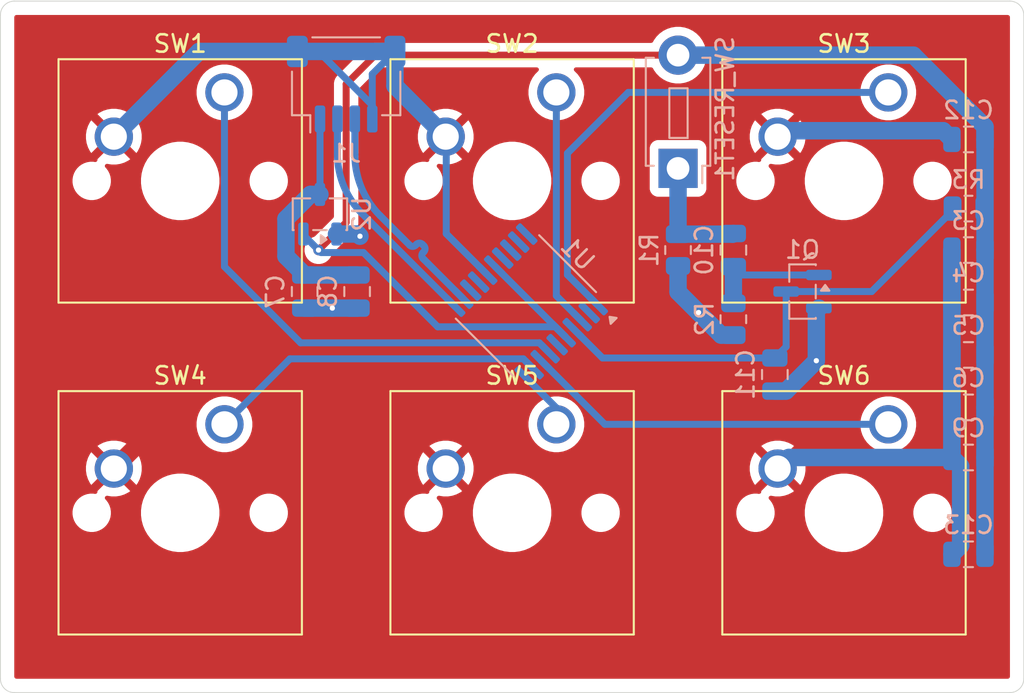
<source format=kicad_pcb>
(kicad_pcb (version 20241229) (generator "pcbnew") (generator_version "9.0")
  (layers (0 "F.Cu" signal) (2 "B.Cu" signal) (13 "F.Paste" user) (15 "B.Paste" user) (5 "F.SilkS" user "F.Silkscreen") (7 "B.SilkS" user "B.Silkscreen") (1 "F.Mask" user) (3 "B.Mask" user) (25 "Edge.Cuts" user))
  (net 0 "")
  (net 1 "+3.3V")
  (net 2 "GND")
  (net 3 "+5V")
  (net 4 "BOOT")
  (net 5 "Net-(Q1-G)")
  (net 6 "RESET")
  (net 7 "D-")
  (net 8 "D+")
  (net 9 "X1")
  (net 10 "X2")
  (net 11 "X3")
  (net 12 "Y1")
  (net 13 "Y2")
  (net 14 "Y3")
  (footprint "Button_Switch_Keyboard:SW_Cherry_MX_1.00u_PCB" (layer "F.Cu") (at 139.85875 35.40125)
    (property "Reference" "SW1" (at -2.54 -2.794 0) (layer "F.SilkS"))
    (property "Value" "SW_Push")
    (fp_line (start -9.525 -1.905) (end 4.445 -1.905) (stroke (width 0.12)) (layer "F.SilkS"))
    (fp_line (start -9.525 12.065) (end -9.525 -1.905) (stroke (width 0.12)) (layer "F.SilkS"))
    (fp_line (start 4.445 -1.905) (end 4.445 12.065) (stroke (width 0.12)) (layer "F.SilkS"))
    (fp_line (start 4.445 12.065) (end -9.525 12.065) (stroke (width 0.12)) (layer "F.SilkS"))
    (pad "" np_thru_hole circle (at -7.62 5.08) (size 1.7 1.7) (drill 1.7) (layers "*.Cu" "*.Mask"))
    (pad "" np_thru_hole circle (at -2.54 5.08) (size 4 4) (drill 4) (layers "*.Cu" "*.Mask"))
    (pad "" np_thru_hole circle (at 2.54 5.08) (size 1.7 1.7) (drill 1.7) (layers "*.Cu" "*.Mask"))
    (pad "1" thru_hole circle (at 0 0) (size 2.2 2.2) (drill 1.5) (layers "*.Cu" "*.Mask") (net 9 "X1"))
    (pad "2" thru_hole circle (at -6.35 2.54) (size 2.2 2.2) (drill 1.5) (layers "*.Cu" "*.Mask") (net 2 "GND"))
  )
  (footprint "Button_Switch_Keyboard:SW_Cherry_MX_1.00u_PCB" (layer "F.Cu") (at 177.95875 35.40125)
    (property "Reference" "SW3" (at -2.54 -2.794 0) (layer "F.SilkS"))
    (property "Value" "SW_Push")
    (fp_line (start -9.525 -1.905) (end 4.445 -1.905) (stroke (width 0.12)) (layer "F.SilkS"))
    (fp_line (start -9.525 12.065) (end -9.525 -1.905) (stroke (width 0.12)) (layer "F.SilkS"))
    (fp_line (start 4.445 -1.905) (end 4.445 12.065) (stroke (width 0.12)) (layer "F.SilkS"))
    (fp_line (start 4.445 12.065) (end -9.525 12.065) (stroke (width 0.12)) (layer "F.SilkS"))
    (pad "" np_thru_hole circle (at -7.62 5.08) (size 1.7 1.7) (drill 1.7) (layers "*.Cu" "*.Mask"))
    (pad "" np_thru_hole circle (at -2.54 5.08) (size 4 4) (drill 4) (layers "*.Cu" "*.Mask"))
    (pad "" np_thru_hole circle (at 2.54 5.08) (size 1.7 1.7) (drill 1.7) (layers "*.Cu" "*.Mask"))
    (pad "1" thru_hole circle (at 0 0) (size 2.2 2.2) (drill 1.5) (layers "*.Cu" "*.Mask") (net 11 "X3"))
    (pad "2" thru_hole circle (at -6.35 2.54) (size 2.2 2.2) (drill 1.5) (layers "*.Cu" "*.Mask") (net 2 "GND"))
  )
  (footprint "Button_Switch_Keyboard:SW_Cherry_MX_1.00u_PCB" (layer "F.Cu") (at 158.90875 35.40125)
    (property "Reference" "SW2" (at -2.54 -2.794 0) (layer "F.SilkS"))
    (property "Value" "SW_Push")
    (fp_line (start -9.525 -1.905) (end 4.445 -1.905) (stroke (width 0.12)) (layer "F.SilkS"))
    (fp_line (start -9.525 12.065) (end -9.525 -1.905) (stroke (width 0.12)) (layer "F.SilkS"))
    (fp_line (start 4.445 -1.905) (end 4.445 12.065) (stroke (width 0.12)) (layer "F.SilkS"))
    (fp_line (start 4.445 12.065) (end -9.525 12.065) (stroke (width 0.12)) (layer "F.SilkS"))
    (pad "" np_thru_hole circle (at -7.62 5.08) (size 1.7 1.7) (drill 1.7) (layers "*.Cu" "*.Mask"))
    (pad "" np_thru_hole circle (at -2.54 5.08) (size 4 4) (drill 4) (layers "*.Cu" "*.Mask"))
    (pad "" np_thru_hole circle (at 2.54 5.08) (size 1.7 1.7) (drill 1.7) (layers "*.Cu" "*.Mask"))
    (pad "1" thru_hole circle (at 0 0) (size 2.2 2.2) (drill 1.5) (layers "*.Cu" "*.Mask") (net 10 "X2"))
    (pad "2" thru_hole circle (at -6.35 2.54) (size 2.2 2.2) (drill 1.5) (layers "*.Cu" "*.Mask") (net 2 "GND"))
  )
  (footprint "Button_Switch_Keyboard:SW_Cherry_MX_1.00u_PCB" (layer "F.Cu") (at 158.90875 54.45125)
    (property "Reference" "SW5" (at -2.54 -2.794 0) (layer "F.SilkS"))
    (property "Value" "SW_Push")
    (fp_line (start -9.525 -1.905) (end 4.445 -1.905) (stroke (width 0.12)) (layer "F.SilkS"))
    (fp_line (start -9.525 12.065) (end -9.525 -1.905) (stroke (width 0.12)) (layer "F.SilkS"))
    (fp_line (start 4.445 -1.905) (end 4.445 12.065) (stroke (width 0.12)) (layer "F.SilkS"))
    (fp_line (start 4.445 12.065) (end -9.525 12.065) (stroke (width 0.12)) (layer "F.SilkS"))
    (pad "" np_thru_hole circle (at -7.62 5.08) (size 1.7 1.7) (drill 1.7) (layers "*.Cu" "*.Mask"))
    (pad "" np_thru_hole circle (at -2.54 5.08) (size 4 4) (drill 4) (layers "*.Cu" "*.Mask"))
    (pad "" np_thru_hole circle (at 2.54 5.08) (size 1.7 1.7) (drill 1.7) (layers "*.Cu" "*.Mask"))
    (pad "1" thru_hole circle (at 0 0) (size 2.2 2.2) (drill 1.5) (layers "*.Cu" "*.Mask") (net 13 "Y2"))
    (pad "2" thru_hole circle (at -6.35 2.54) (size 2.2 2.2) (drill 1.5) (layers "*.Cu" "*.Mask") (net 2 "GND"))
  )
  (footprint "Button_Switch_Keyboard:SW_Cherry_MX_1.00u_PCB" (layer "F.Cu") (at 177.95875 54.45125)
    (property "Reference" "SW6" (at -2.54 -2.794 0) (layer "F.SilkS"))
    (property "Value" "SW_Push")
    (fp_line (start -9.525 -1.905) (end 4.445 -1.905) (stroke (width 0.12)) (layer "F.SilkS"))
    (fp_line (start -9.525 12.065) (end -9.525 -1.905) (stroke (width 0.12)) (layer "F.SilkS"))
    (fp_line (start 4.445 -1.905) (end 4.445 12.065) (stroke (width 0.12)) (layer "F.SilkS"))
    (fp_line (start 4.445 12.065) (end -9.525 12.065) (stroke (width 0.12)) (layer "F.SilkS"))
    (pad "" np_thru_hole circle (at -7.62 5.08) (size 1.7 1.7) (drill 1.7) (layers "*.Cu" "*.Mask"))
    (pad "" np_thru_hole circle (at -2.54 5.08) (size 4 4) (drill 4) (layers "*.Cu" "*.Mask"))
    (pad "" np_thru_hole circle (at 2.54 5.08) (size 1.7 1.7) (drill 1.7) (layers "*.Cu" "*.Mask"))
    (pad "1" thru_hole circle (at 0 0) (size 2.2 2.2) (drill 1.5) (layers "*.Cu" "*.Mask") (net 14 "Y3"))
    (pad "2" thru_hole circle (at -6.35 2.54) (size 2.2 2.2) (drill 1.5) (layers "*.Cu" "*.Mask") (net 2 "GND"))
  )
  (footprint "Button_Switch_Keyboard:SW_Cherry_MX_1.00u_PCB" (layer "F.Cu") (at 139.85875 54.45125)
    (property "Reference" "SW4" (at -2.54 -2.794 0) (layer "F.SilkS"))
    (property "Value" "SW_Push")
    (fp_line (start -9.525 -1.905) (end 4.445 -1.905) (stroke (width 0.12)) (layer "F.SilkS"))
    (fp_line (start -9.525 12.065) (end -9.525 -1.905) (stroke (width 0.12)) (layer "F.SilkS"))
    (fp_line (start 4.445 -1.905) (end 4.445 12.065) (stroke (width 0.12)) (layer "F.SilkS"))
    (fp_line (start 4.445 12.065) (end -9.525 12.065) (stroke (width 0.12)) (layer "F.SilkS"))
    (pad "" np_thru_hole circle (at -7.62 5.08) (size 1.7 1.7) (drill 1.7) (layers "*.Cu" "*.Mask"))
    (pad "" np_thru_hole circle (at -2.54 5.08) (size 4 4) (drill 4) (layers "*.Cu" "*.Mask"))
    (pad "" np_thru_hole circle (at 2.54 5.08) (size 1.7 1.7) (drill 1.7) (layers "*.Cu" "*.Mask"))
    (pad "1" thru_hole circle (at 0 0) (size 2.2 2.2) (drill 1.5) (layers "*.Cu" "*.Mask") (net 12 "Y1"))
    (pad "2" thru_hole circle (at -6.35 2.54) (size 2.2 2.2) (drill 1.5) (layers "*.Cu" "*.Mask") (net 2 "GND"))
  )
  (footprint "Package_TO_SOT_SMD:SOT-23" (layer "B.Cu") (at 173.0375 46.83125 180)
    (property "Reference" "Q1" (at 0 2.4 0) (layer "B.SilkS") (effects (justify mirror)))
    (property "Value" "AO3400A")
    (fp_line (start 0.76 1.56) (end 0.76 0.56) (stroke (width 0.12)) (layer "B.SilkS"))
    (fp_line (start 0.76 -0.56) (end 0.76 -1.56) (stroke (width 0.12)) (layer "B.SilkS"))
    (fp_line (start 0.76 -1.56) (end -0.76 -1.56) (stroke (width 0.12)) (layer "B.SilkS"))
    (fp_line (start -0.76 1.56) (end 0.76 1.56) (stroke (width 0.12)) (layer "B.SilkS"))
    (fp_line (start -0.76 1.51) (end -0.76 1.56) (stroke (width 0.12)) (layer "B.SilkS"))
    (fp_line (start -0.76 -0.39) (end -0.76 0.39) (stroke (width 0.12)) (layer "B.SilkS"))
    (fp_line (start -0.76 -1.56) (end -0.76 -1.51) (stroke (width 0.12)) (layer "B.SilkS"))
    (fp_poly (pts (xy -1.3 0.38) (xy -1.06 0.05) (xy -1.54 0.05)) (stroke (width 0.12)) (fill yes) (layer "B.SilkS"))
    (pad "1" smd roundrect (at -0.9375 0.95 180) (size 1.475 0.6) (layers "B.Cu" "B.Mask" "B.Paste") (net 5 "Net-(Q1-G)"))
    (pad "2" smd roundrect (at -0.9375 -0.95 180) (size 1.475 0.6) (layers "B.Cu" "B.Mask" "B.Paste") (net 2 "GND"))
    (pad "3" smd roundrect (at 0.9375 0 180) (size 1.475 0.6) (layers "B.Cu" "B.Mask" "B.Paste") (net 6 "RESET"))
  )
  (footprint "Capacitor_SMD:C_0805_2012Metric" (layer "B.Cu") (at 182.5625 47.46 180)
    (property "Reference" "C4" (at 0 1.68 0) (layer "B.SilkS") (effects (justify mirror)))
    (property "Value" "100nF")
    (fp_line (start -0.261252 0.735) (end 0.261252 0.735) (stroke (width 0.12)) (layer "B.SilkS"))
    (fp_line (start -0.261252 -0.735) (end 0.261252 -0.735) (stroke (width 0.12)) (layer "B.SilkS"))
    (pad "1" smd roundrect (at -0.95 0 180) (size 1 1.45) (layers "B.Cu" "B.Mask" "B.Paste") (net 1 "+3.3V"))
    (pad "2" smd roundrect (at 0.95 0 180) (size 1 1.45) (layers "B.Cu" "B.Mask" "B.Paste") (net 2 "GND"))
  )
  (footprint "Connector_JST:JST_SH_SM04B-SRSS-TB_1x04-1MP_P1.00mm_Horizontal" (layer "B.Cu") (at 146.84375 34.925)
    (property "Reference" "J1" (at 0 3.98 0) (layer "B.SilkS") (effects (justify mirror)))
    (property "Value" "Conn_01x04_MountingPin")
    (fp_line (start -3.11 -0.715) (end -3.11 1.785) (stroke (width 0.12)) (layer "B.SilkS"))
    (fp_line (start -3.11 1.785) (end -2.06 1.785) (stroke (width 0.12)) (layer "B.SilkS"))
    (fp_line (start -2.06 1.785) (end -2.06 2.775) (stroke (width 0.12)) (layer "B.SilkS"))
    (fp_line (start -1.94 -2.685) (end 1.94 -2.685) (stroke (width 0.12)) (layer "B.SilkS"))
    (fp_line (start 3.11 -0.715) (end 3.11 1.785) (stroke (width 0.12)) (layer "B.SilkS"))
    (fp_line (start 3.11 1.785) (end 2.06 1.785) (stroke (width 0.12)) (layer "B.SilkS"))
    (pad "1" smd roundrect (at -1.5 2) (size 0.6 1.55) (layers "B.Cu" "B.Mask" "B.Paste") (net 3 "+5V"))
    (pad "2" smd roundrect (at -0.5 2) (size 0.6 1.55) (layers "B.Cu" "B.Mask" "B.Paste") (net 7 "D-"))
    (pad "3" smd roundrect (at 0.5 2) (size 0.6 1.55) (layers "B.Cu" "B.Mask" "B.Paste") (net 8 "D+"))
    (pad "4" smd roundrect (at 1.5 2) (size 0.6 1.55) (layers "B.Cu" "B.Mask" "B.Paste") (net 2 "GND"))
    (pad "MP" smd roundrect (at -2.8 -1.875) (size 1.2 1.8) (layers "B.Cu" "B.Mask" "B.Paste") (roundrect_rratio 0.208333) (net 2 "GND"))
    (pad "MP" smd roundrect (at 2.8 -1.875) (size 1.2 1.8) (layers "B.Cu" "B.Mask" "B.Paste") (roundrect_rratio 0.208333) (net 2 "GND"))
  )
  (footprint "Capacitor_SMD:C_0805_2012Metric" (layer "B.Cu") (at 182.5625 50.47 180)
    (property "Reference" "C5" (at 0 1.68 0) (layer "B.SilkS") (effects (justify mirror)))
    (property "Value" "100nF")
    (fp_line (start -0.261252 0.735) (end 0.261252 0.735) (stroke (width 0.12)) (layer "B.SilkS"))
    (fp_line (start -0.261252 -0.735) (end 0.261252 -0.735) (stroke (width 0.12)) (layer "B.SilkS"))
    (pad "1" smd roundrect (at -0.95 0 180) (size 1 1.45) (layers "B.Cu" "B.Mask" "B.Paste") (net 1 "+3.3V"))
    (pad "2" smd roundrect (at 0.95 0 180) (size 1 1.45) (layers "B.Cu" "B.Mask" "B.Paste") (net 2 "GND"))
  )
  (footprint "Resistor_SMD:R_0805_2012Metric" (layer "B.Cu") (at 169.06875 48.41875 -90)
    (property "Reference" "R2" (at 0 1.65 90) (layer "B.SilkS") (effects (justify mirror)))
    (property "Value" "100k")
    (fp_line (start -0.227064 0.735) (end 0.227064 0.735) (stroke (width 0.12)) (layer "B.SilkS"))
    (fp_line (start -0.227064 -0.735) (end 0.227064 -0.735) (stroke (width 0.12)) (layer "B.SilkS"))
    (pad "1" smd roundrect (at -0.9125 0 270) (size 1.025 1.4) (layers "B.Cu" "B.Mask" "B.Paste") (roundrect_rratio 0.243902) (net 5 "Net-(Q1-G)"))
    (pad "2" smd roundrect (at 0.9125 0 270) (size 1.025 1.4) (layers "B.Cu" "B.Mask" "B.Paste") (roundrect_rratio 0.243902) (net 2 "GND"))
  )
  (footprint "Package_TO_SOT_SMD:SOT-23-3" (layer "B.Cu") (at 145.3388 42.3926 90)
    (property "Reference" "U2" (at 0 2.4 90) (layer "B.SilkS") (effects (justify mirror)))
    (property "Value" "XC6206P332MR")
    (fp_line (start 0.91 -1.56) (end -0.91 -1.56) (stroke (width 0.12)) (layer "B.SilkS"))
    (fp_line (start -0.91 -1.56) (end -0.91 -1.51) (stroke (width 0.12)) (layer "B.SilkS"))
    (fp_line (start 0.91 -0.56) (end 0.91 -1.56) (stroke (width 0.12)) (layer "B.SilkS"))
    (fp_line (start -0.91 -0.39) (end -0.91 0.39) (stroke (width 0.12)) (layer "B.SilkS"))
    (fp_line (start -0.91 1.51) (end -0.91 1.56) (stroke (width 0.12)) (layer "B.SilkS"))
    (fp_line (start 0.91 1.56) (end 0.91 0.56) (stroke (width 0.12)) (layer "B.SilkS"))
    (fp_line (start -0.91 1.56) (end 0.91 1.56) (stroke (width 0.12)) (layer "B.SilkS"))
    (fp_poly (pts (xy -1.45 0.38) (xy -1.21 0.05) (xy -1.69 0.05)) (stroke (width 0.12)) (fill yes) (layer "B.SilkS"))
    (pad "1" smd roundrect (at -1.1375 0.95 90) (size 1.325 0.6) (layers "B.Cu" "B.Mask" "B.Paste") (net 2 "GND"))
    (pad "2" smd roundrect (at -1.1375 -0.95 90) (size 1.325 0.6) (layers "B.Cu" "B.Mask" "B.Paste") (net 1 "+3.3V"))
    (pad "3" smd roundrect (at 1.1375 0 90) (size 1.325 0.6) (layers "B.Cu" "B.Mask" "B.Paste") (net 3 "+5V"))
  )
  (footprint "Capacitor_SMD:C_0805_2012Metric" (layer "B.Cu") (at 171.45 51.59375 -90)
    (property "Reference" "C11" (at 0 1.68 90) (layer "B.SilkS") (effects (justify mirror)))
    (property "Value" "470nF")
    (fp_line (start -0.261252 0.735) (end 0.261252 0.735) (stroke (width 0.12)) (layer "B.SilkS"))
    (fp_line (start -0.261252 -0.735) (end 0.261252 -0.735) (stroke (width 0.12)) (layer "B.SilkS"))
    (pad "1" smd roundrect (at -0.95 0 270) (size 1 1.45) (layers "B.Cu" "B.Mask" "B.Paste") (net 6 "RESET"))
    (pad "2" smd roundrect (at 0.95 0 270) (size 1 1.45) (layers "B.Cu" "B.Mask" "B.Paste") (net 2 "GND"))
  )
  (footprint "Capacitor_SMD:C_0805_2012Metric" (layer "B.Cu") (at 182.5625 56.35625 180)
    (property "Reference" "C9" (at 0 1.68 0) (layer "B.SilkS") (effects (justify mirror)))
    (property "Value" "1uF")
    (fp_line (start -0.261252 0.735) (end 0.261252 0.735) (stroke (width 0.12)) (layer "B.SilkS"))
    (fp_line (start -0.261252 -0.735) (end 0.261252 -0.735) (stroke (width 0.12)) (layer "B.SilkS"))
    (pad "1" smd roundrect (at -0.95 0 180) (size 1 1.45) (layers "B.Cu" "B.Mask" "B.Paste") (net 1 "+3.3V"))
    (pad "2" smd roundrect (at 0.95 0 180) (size 1 1.45) (layers "B.Cu" "B.Mask" "B.Paste") (net 2 "GND"))
  )
  (footprint "Resistor_SMD:R_0805_2012Metric" (layer "B.Cu") (at 182.5625 42.06875 180)
    (property "Reference" "R3" (at 0 1.65 0) (layer "B.SilkS") (effects (justify mirror)))
    (property "Value" "10k")
    (fp_line (start -0.227064 0.735) (end 0.227064 0.735) (stroke (width 0.12)) (layer "B.SilkS"))
    (fp_line (start -0.227064 -0.735) (end 0.227064 -0.735) (stroke (width 0.12)) (layer "B.SilkS"))
    (pad "1" smd roundrect (at -0.9125 0 180) (size 1.025 1.4) (layers "B.Cu" "B.Mask" "B.Paste") (roundrect_rratio 0.243902) (net 1 "+3.3V"))
    (pad "2" smd roundrect (at 0.9125 0 180) (size 1.025 1.4) (layers "B.Cu" "B.Mask" "B.Paste") (roundrect_rratio 0.243902) (net 6 "RESET"))
  )
  (footprint "Capacitor_SMD:C_0805_2012Metric" (layer "B.Cu") (at 144.4625 46.83125 -90)
    (property "Reference" "C7" (at 0 1.68 90) (layer "B.SilkS") (effects (justify mirror)))
    (property "Value" "4.7uF")
    (fp_line (start -0.261252 0.735) (end 0.261252 0.735) (stroke (width 0.12)) (layer "B.SilkS"))
    (fp_line (start -0.261252 -0.735) (end 0.261252 -0.735) (stroke (width 0.12)) (layer "B.SilkS"))
    (pad "1" smd roundrect (at -0.95 0 270) (size 1 1.45) (layers "B.Cu" "B.Mask" "B.Paste") (net 3 "+5V"))
    (pad "2" smd roundrect (at 0.95 0 270) (size 1 1.45) (layers "B.Cu" "B.Mask" "B.Paste") (net 2 "GND"))
  )
  (footprint "Resistor_SMD:R_0805_2012Metric" (layer "B.Cu") (at 165.89375 44.45 -90)
    (property "Reference" "R1" (at 0 1.65 90) (layer "B.SilkS") (effects (justify mirror)))
    (property "Value" "10k")
    (fp_line (start -0.227064 0.735) (end 0.227064 0.735) (stroke (width 0.12)) (layer "B.SilkS"))
    (fp_line (start -0.227064 -0.735) (end 0.227064 -0.735) (stroke (width 0.12)) (layer "B.SilkS"))
    (pad "1" smd roundrect (at -0.9125 0 270) (size 1.025 1.4) (layers "B.Cu" "B.Mask" "B.Paste") (roundrect_rratio 0.243902) (net 4 "BOOT"))
    (pad "2" smd roundrect (at 0.9125 0 270) (size 1.025 1.4) (layers "B.Cu" "B.Mask" "B.Paste") (roundrect_rratio 0.243902) (net 2 "GND"))
  )
  (footprint "Capacitor_SMD:C_0805_2012Metric" (layer "B.Cu") (at 182.5625 53.48 180)
    (property "Reference" "C6" (at 0 1.68 0) (layer "B.SilkS") (effects (justify mirror)))
    (property "Value" "100nF")
    (fp_line (start -0.261252 0.735) (end 0.261252 0.735) (stroke (width 0.12)) (layer "B.SilkS"))
    (fp_line (start -0.261252 -0.735) (end 0.261252 -0.735) (stroke (width 0.12)) (layer "B.SilkS"))
    (pad "1" smd roundrect (at -0.95 0 180) (size 1 1.45) (layers "B.Cu" "B.Mask" "B.Paste") (net 1 "+3.3V"))
    (pad "2" smd roundrect (at 0.95 0 180) (size 1 1.45) (layers "B.Cu" "B.Mask" "B.Paste") (net 2 "GND"))
  )
  (footprint "Package_SO:TSSOP-20_4.4x6.5mm_P0.65mm" (layer "B.Cu") (at 157.1625 47.625 135)
    (property "Reference" "U1" (at 0 4.199999 135) (layer "B.SilkS") (effects (justify mirror)))
    (property "Value" "STM32F042F6Px")
    (fp_line (start 2.31 -3.385) (end -2.31 -3.385) (stroke (width 0.12)) (layer "B.SilkS"))
    (fp_line (start -2.31 3.385) (end 2.31 3.385) (stroke (width 0.12)) (layer "B.SilkS"))
    (fp_poly (pts (xy -3.86 2.93) (xy -4.19 2.69) (xy -4.19 3.17)) (stroke (width 0.12)) (fill yes) (layer "B.SilkS"))
    (pad "1" smd roundrect (at -2.8625 2.925 135) (size 1.475 0.4) (layers "B.Cu" "B.Mask" "B.Paste") (net 11 "X3"))
    (pad "2" smd roundrect (at -2.8625 2.275 135) (size 1.475 0.4) (layers "B.Cu" "B.Mask" "B.Paste"))
    (pad "3" smd roundrect (at -2.8625 1.625 135) (size 1.475 0.4) (layers "B.Cu" "B.Mask" "B.Paste") (net 10 "X2"))
    (pad "4" smd roundrect (at -2.8625 0.975 135) (size 1.475 0.4) (layers "B.Cu" "B.Mask" "B.Paste") (net 6 "RESET"))
    (pad "5" smd roundrect (at -2.8625 0.325 135) (size 1.475 0.4) (layers "B.Cu" "B.Mask" "B.Paste") (net 1 "+3.3V"))
    (pad "6" smd roundrect (at -2.8625 -0.325 135) (size 1.475 0.4) (layers "B.Cu" "B.Mask" "B.Paste"))
    (pad "7" smd roundrect (at -2.8625 -0.975 135) (size 1.475 0.4) (layers "B.Cu" "B.Mask" "B.Paste") (net 9 "X1"))
    (pad "8" smd roundrect (at -2.8625 -1.625 135) (size 1.475 0.4) (layers "B.Cu" "B.Mask" "B.Paste") (net 14 "Y3"))
    (pad "9" smd roundrect (at -2.8625 -2.275 135) (size 1.475 0.4) (layers "B.Cu" "B.Mask" "B.Paste") (net 12 "Y1"))
    (pad "10" smd roundrect (at -2.8625 -2.925 135) (size 1.475 0.4) (layers "B.Cu" "B.Mask" "B.Paste") (net 13 "Y2"))
    (pad "11" smd roundrect (at 2.8625 -2.925 135) (size 1.475 0.4) (layers "B.Cu" "B.Mask" "B.Paste") (net 7 "D-"))
    (pad "12" smd roundrect (at 2.8625 -2.275 135) (size 1.475 0.4) (layers "B.Cu" "B.Mask" "B.Paste") (net 8 "D+"))
    (pad "13" smd roundrect (at 2.8625 -1.625 135) (size 1.475 0.4) (layers "B.Cu" "B.Mask" "B.Paste"))
    (pad "14" smd roundrect (at 2.8625 -0.975 135) (size 1.475 0.4) (layers "B.Cu" "B.Mask" "B.Paste"))
    (pad "15" smd roundrect (at 2.8625 -0.325 135) (size 1.475 0.4) (layers "B.Cu" "B.Mask" "B.Paste") (net 2 "GND"))
    (pad "16" smd roundrect (at 2.8625 0.325 135) (size 1.475 0.4) (layers "B.Cu" "B.Mask" "B.Paste") (net 1 "+3.3V"))
    (pad "17" smd roundrect (at 2.8625 0.975 135) (size 1.475 0.4) (layers "B.Cu" "B.Mask" "B.Paste"))
    (pad "18" smd roundrect (at 2.8625 1.625 135) (size 1.475 0.4) (layers "B.Cu" "B.Mask" "B.Paste"))
    (pad "19" smd roundrect (at 2.8625 2.275 135) (size 1.475 0.4) (layers "B.Cu" "B.Mask" "B.Paste"))
    (pad "20" smd roundrect (at 2.8625 2.925 135) (size 1.475 0.4) (layers "B.Cu" "B.Mask" "B.Paste"))
  )
  (footprint "Capacitor_SMD:C_0805_2012Metric" (layer "B.Cu") (at 147.4725 46.83125 -90)
    (property "Reference" "C8" (at 0 1.68 90) (layer "B.SilkS") (effects (justify mirror)))
    (property "Value" "1uF")
    (fp_line (start -0.261252 0.735) (end 0.261252 0.735) (stroke (width 0.12)) (layer "B.SilkS"))
    (fp_line (start -0.261252 -0.735) (end 0.261252 -0.735) (stroke (width 0.12)) (layer "B.SilkS"))
    (pad "1" smd roundrect (at -0.95 0 270) (size 1 1.45) (layers "B.Cu" "B.Mask" "B.Paste") (net 3 "+5V"))
    (pad "2" smd roundrect (at 0.95 0 270) (size 1 1.45) (layers "B.Cu" "B.Mask" "B.Paste") (net 2 "GND"))
  )
  (footprint "Capacitor_SMD:C_0805_2012Metric" (layer "B.Cu") (at 182.5625 44.45 180)
    (property "Reference" "C3" (at 0 1.68 0) (layer "B.SilkS") (effects (justify mirror)))
    (property "Value" "100nF")
    (fp_line (start -0.261252 0.735) (end 0.261252 0.735) (stroke (width 0.12)) (layer "B.SilkS"))
    (fp_line (start -0.261252 -0.735) (end 0.261252 -0.735) (stroke (width 0.12)) (layer "B.SilkS"))
    (pad "1" smd roundrect (at -0.95 0 180) (size 1 1.45) (layers "B.Cu" "B.Mask" "B.Paste") (net 1 "+3.3V"))
    (pad "2" smd roundrect (at 0.95 0 180) (size 1 1.45) (layers "B.Cu" "B.Mask" "B.Paste") (net 2 "GND"))
  )
  (footprint "Capacitor_SMD:C_0805_2012Metric" (layer "B.Cu") (at 182.5625 61.9125 180)
    (property "Reference" "C13" (at 0 1.68 0) (layer "B.SilkS") (effects (justify mirror)))
    (property "Value" "100nF")
    (fp_line (start -0.261252 0.735) (end 0.261252 0.735) (stroke (width 0.12)) (layer "B.SilkS"))
    (fp_line (start -0.261252 -0.735) (end 0.261252 -0.735) (stroke (width 0.12)) (layer "B.SilkS"))
    (pad "1" smd roundrect (at -0.95 0 180) (size 1 1.45) (layers "B.Cu" "B.Mask" "B.Paste") (net 1 "+3.3V"))
    (pad "2" smd roundrect (at 0.95 0 180) (size 1 1.45) (layers "B.Cu" "B.Mask" "B.Paste") (net 2 "GND"))
  )
  (footprint "Button_Switch_THT:SW_PUSH_1P1T_6x3.5mm_H4.3_APEM_MJTP1243" (layer "B.Cu") (at 165.89375 39.7625 90)
    (property "Reference" "SW_RESET1" (at 3.42 2.7 90) (layer "B.SilkS") (effects (justify mirror)))
    (property "Value" "SW_Push")
    (fp_line (start 0.15 -1.85) (end 6.35 -1.85) (stroke (width 0.12)) (layer "B.SilkS"))
    (fp_line (start 6.35 -1.39) (end 6.35 -1.85) (stroke (width 0.12)) (layer "B.SilkS"))
    (fp_line (start 0.15 -1.39) (end 0.15 -1.85) (stroke (width 0.12)) (layer "B.SilkS"))
    (fp_line (start 0.15 1.39) (end -0.85 1.39) (stroke (width 0.12)) (layer "B.SilkS"))
    (fp_line (start 6.35 1.85) (end 6.35 1.39) (stroke (width 0.12)) (layer "B.SilkS"))
    (fp_line (start 6.35 1.85) (end 0.15 1.85) (stroke (width 0.12)) (layer "B.SilkS"))
    (fp_line (start 0.15 1.85) (end 0.15 1.39) (stroke (width 0.12)) (layer "B.SilkS"))
    (fp_rect (start 1.75 0.55) (end 4.6 -0.5) (stroke (width 0.12)) (fill no) (layer "B.SilkS"))
    (pad "1" thru_hole rect (at 0 0) (size 2.25 2.25) (drill 1.3) (layers "*.Cu" "*.Mask") (net 4 "BOOT"))
    (pad "2" thru_hole circle (at 6.5 0) (size 2.25 2.25) (drill 1.3) (layers "*.Cu" "*.Mask") (net 1 "+3.3V"))
  )
  (footprint "Capacitor_SMD:C_0805_2012Metric" (layer "B.Cu") (at 182.5625 38.1 180)
    (property "Reference" "C12" (at 0 1.68 0) (layer "B.SilkS") (effects (justify mirror)))
    (property "Value" "4.7uF")
    (fp_line (start -0.261252 0.735) (end 0.261252 0.735) (stroke (width 0.12)) (layer "B.SilkS"))
    (fp_line (start -0.261252 -0.735) (end 0.261252 -0.735) (stroke (width 0.12)) (layer "B.SilkS"))
    (pad "1" smd roundrect (at -0.95 0 180) (size 1 1.45) (layers "B.Cu" "B.Mask" "B.Paste") (net 1 "+3.3V"))
    (pad "2" smd roundrect (at 0.95 0 180) (size 1 1.45) (layers "B.Cu" "B.Mask" "B.Paste") (net 2 "GND"))
  )
  (footprint "Capacitor_SMD:C_0805_2012Metric" (layer "B.Cu") (at 169.06875 44.45 -90)
    (property "Reference" "C10" (at 0 1.68 90) (layer "B.SilkS") (effects (justify mirror)))
    (property "Value" "4.7uF")
    (fp_line (start -0.261252 0.735) (end 0.261252 0.735) (stroke (width 0.12)) (layer "B.SilkS"))
    (fp_line (start -0.261252 -0.735) (end 0.261252 -0.735) (stroke (width 0.12)) (layer "B.SilkS"))
    (pad "1" smd roundrect (at -0.95 0 270) (size 1 1.45) (layers "B.Cu" "B.Mask" "B.Paste") (net 4 "BOOT"))
    (pad "2" smd roundrect (at 0.95 0 270) (size 1 1.45) (layers "B.Cu" "B.Mask" "B.Paste") (net 5 "Net-(Q1-G)"))
  )
  (gr_line (start 185.7375 69.05625) (end 185.7375 30.95625) (stroke (width 0.05)) (layer "Edge.Cuts"))
  (gr_line (start 127.79375 69.85) (end 184.94375 69.85) (stroke (width 0.05)) (layer "Edge.Cuts"))
  (gr_arc (start 184.94375 30.1625) (mid 185.505016 30.394984) (end 185.7375 30.95625) (stroke (width 0.05)) (layer "Edge.Cuts"))
  (gr_arc (start 127.79375 69.85) (mid 127.232484 69.617516) (end 127 69.05625) (stroke (width 0.05)) (layer "Edge.Cuts"))
  (gr_line (start 127 30.95625) (end 127 69.05625) (stroke (width 0.05)) (layer "Edge.Cuts"))
  (gr_arc (start 127 30.95625) (mid 127.232484 30.394984) (end 127.79375 30.1625) (stroke (width 0.05)) (layer "Edge.Cuts"))
  (gr_line (start 184.94375 30.1625) (end 127.79375 30.1625) (stroke (width 0.05)) (layer "Edge.Cuts"))
  (gr_arc (start 185.7375 69.05625) (mid 185.505016 69.617516) (end 184.94375 69.85) (stroke (width 0.05)) (layer "Edge.Cuts"))
  (segment (start 145.25625 44.45) (end 146.84375 42.8625) (width 0.4) (layer "F.Cu") (net 1))
  (segment (start 146.84375 42.8625) (end 146.84375 34.925) (width 0.4) (layer "F.Cu") (net 1))
  (segment (start 148.50625 33.2625) (end 165.89375 33.2625) (width 0.4) (layer "F.Cu") (net 1))
  (segment (start 146.84375 34.925) (end 148.50625 33.2625) (width 0.4) (layer "F.Cu") (net 1))
  (via (at 145.25625 44.45) (size 0.6) (drill 0.3) (layers "F.Cu" "B.Cu") (net 1))
  (segment (start 145.39985 44.5936) (end 147.83743 44.5936) (width 0.4) (layer "B.Cu") (net 1))
  (segment (start 183.5125 53.48) (end 183.5125 56.35625) (width 1) (layer "B.Cu") (net 1))
  (segment (start 183.5125 38.1) (end 183.5125 37.375) (width 1) (layer "B.Cu") (net 1))
  (segment (start 183.5125 44.45) (end 183.5125 53.48) (width 1) (layer "B.Cu") (net 1))
  (segment (start 158.851573 48.854453) (end 152.098283 48.854453) (width 0.4) (layer "B.Cu") (net 1))
  (segment (start 183.5125 56.35625) (end 183.5125 61.9125) (width 1) (layer "B.Cu") (net 1))
  (segment (start 144.3888 43.58255) (end 145.25625 44.45) (width 0.4) (layer "B.Cu") (net 1))
  (segment (start 183.5125 37.375) (end 179.4 33.2625) (width 1) (layer "B.Cu") (net 1))
  (segment (start 159.416403 49.419283) (end 158.851573 48.854453) (width 0.4) (layer "B.Cu") (net 1))
  (segment (start 179.4 33.2625) (end 165.89375 33.2625) (width 1) (layer "B.Cu") (net 1))
  (segment (start 158.690764 48.693644) (end 159.416403 49.419283) (width 0.4) (layer "B.Cu") (net 1))
  (segment (start 183.5125 38.1) (end 183.5125 44.45) (width 1) (layer "B.Cu") (net 1))
  (segment (start 152.098283 48.854453) (end 147.83743 44.5936) (width 0.4) (layer "B.Cu") (net 1))
  (segment (start 145.25625 44.45) (end 145.39985 44.5936) (width 0.4) (layer "B.Cu") (net 1))
  (segment (start 144.3888 43.5301) (end 144.3888 43.58255) (width 0.4) (layer "B.Cu") (net 1))
  (segment (start 159.416403 49.419283) (end 155.368217 45.371097) (width 0.4) (layer "B.Cu") (net 1))
  (segment (start 167.071875 48.034375) (end 171.065625 48.034375) (width 1) (layer "F.Cu") (net 2))
  (segment (start 146.05 47.78125) (end 142.71875 47.78125) (width 1) (layer "F.Cu") (net 2))
  (segment (start 142.71875 47.78125) (end 133.50875 56.99125) (width 1) (layer "F.Cu") (net 2))
  (segment (start 171.065625 48.034375) (end 173.83125 50.8) (width 1) (layer "F.Cu") (net 2))
  (via (at 147.6375 43.65625) (size 0.6) (drill 0.3) (layers "F.Cu" "B.Cu") (net 2))
  (via (at 173.83125 50.8) (size 0.6) (drill 0.3) (layers "F.Cu" "B.Cu") (net 2))
  (via (at 146.05 47.78125) (size 0.6) (drill 0.3) (layers "F.Cu" "B.Cu") (net 2))
  (via (at 167.071875 48.034375) (size 0.6) (drill 0.3) (layers "F.Cu" "B.Cu") (net 2))
  (segment (start 181.6125 56.35625) (end 172.24375 56.35625) (width 1) (layer "B.Cu") (net 2))
  (segment (start 169.06875 49.33125) (end 168.36875 49.33125) (width 1) (layer "B.Cu") (net 2))
  (segment (start 148.34375 36.925) (end 148.34375 36.1375) (width 0.4) (layer "B.Cu") (net 2))
  (segment (start 181.112562 37.600062) (end 171.949938 37.600062) (width 1) (layer "B.Cu") (net 2))
  (segment (start 172.24375 56.35625) (end 171.60875 56.99125) (width 1) (layer "B.Cu") (net 2))
  (segment (start 152.58975 43.51187) (end 154.908597 45.830717) (width 0.4) (layer "B.Cu") (net 2))
  (segment (start 146.05 47.78125) (end 147.4725 47.78125) (width 1) (layer "B.Cu") (net 2))
  (segment (start 182.112438 61.412562) (end 182.112438 56.856188) (width 1) (layer "B.Cu") (net 2))
  (segment (start 182.112438 56.856188) (end 181.6125 56.35625) (width 1) (layer "B.Cu") (net 2))
  (segment (start 152.58975 37.97225) (end 152.58975 43.51187) (width 0.4) (layer "B.Cu") (net 2))
  (segment (start 148.34375 36.925) (end 148.34375 34.35) (width 0.4) (layer "B.Cu") (net 2))
  (segment (start 181.6125 61.9125) (end 182.112438 61.412562) (width 1) (layer "B.Cu") (net 2))
  (segment (start 173.83125 47.925) (end 173.975 47.78125) (width 1) (layer "B.Cu") (net 2))
  (segment (start 152.55875 37.94125) (end 152.58975 37.97225) (width 0.4) (layer "B.Cu") (net 2))
  (segment (start 181.6125 56.35625) (end 181.6125 53.48) (width 1) (layer "B.Cu") (net 2))
  (segment (start 181.6125 53.48) (end 181.6125 44.45) (width 1) (layer "B.Cu") (net 2))
  (segment (start 146.2888 43.5301) (end 147.51135 43.5301) (width 1) (layer "B.Cu") (net 2))
  (segment (start 147.51135 43.5301) (end 147.6375 43.65625) (width 1) (layer "B.Cu") (net 2))
  (segment (start 138.4 33.05) (end 133.50875 37.94125) (width 1) (layer "B.Cu") (net 2))
  (segment (start 171.45 52.54375) (end 172.0875 52.54375) (width 1) (layer "B.Cu") (net 2))
  (segment (start 165.89375 46.85625) (end 165.89375 45.3625) (width 1) (layer "B.Cu") (net 2))
  (segment (start 168.36875 49.33125) (end 167.071875 48.034375) (width 1) (layer "B.Cu") (net 2))
  (segment (start 172.0875 52.54375) (end 173.83125 50.8) (width 1) (layer "B.Cu") (net 2))
  (segment (start 167.071875 48.034375) (end 165.89375 46.85625) (width 1) (layer "B.Cu") (net 2))
  (segment (start 144.4625 47.78125) (end 146.05 47.78125) (width 1) (layer "B.Cu") (net 2))
  (segment (start 181.6125 44.45) (end 181.6125 56.35625) (width 1) (layer "B.Cu") (net 2))
  (segment (start 148.34375 36.1375) (end 145.25625 33.05) (width 0.4) (layer "B.Cu") (net 2))
  (segment (start 144.04375 33.05) (end 149.64375 33.05) (width 1) (layer "B.Cu") (net 2))
  (segment (start 149.64375 33.05) (end 149.64375 35.02625) (width 1) (layer "B.Cu") (net 2))
  (segment (start 148.34375 34.35) (end 149.64375 33.05) (width 0.4) (layer "B.Cu") (net 2))
  (segment (start 181.6125 38.1) (end 181.112562 37.600062) (width 1) (layer "B.Cu") (net 2))
  (segment (start 173.83125 50.8) (end 173.83125 47.925) (width 1) (layer "B.Cu") (net 2))
  (segment (start 145.25625 33.05) (end 144.04375 33.05) (width 0.4) (layer "B.Cu") (net 2))
  (segment (start 144.04375 33.05) (end 138.4 33.05) (width 1) (layer "B.Cu") (net 2))
  (segment (start 171.949938 37.600062) (end 171.60875 37.94125) (width 1) (layer "B.Cu") (net 2))
  (segment (start 149.64375 35.02625) (end 152.55875 37.94125) (width 1) (layer "B.Cu") (net 2))
  (segment (start 144.793648 41.2551) (end 145.3388 41.2551) (width 1) (layer "B.Cu") (net 3))
  (segment (start 145.34375 36.925) (end 145.34375 41.25015) (width 0.4) (layer "B.Cu") (net 3))
  (segment (start 144.4625 45.88125) (end 143.3878 44.80655) (width 1) (layer "B.Cu") (net 3))
  (segment (start 147.4725 45.88125) (end 144.4625 45.88125) (width 1) (layer "B.Cu") (net 3))
  (segment (start 143.3878 42.660948) (end 144.793648 41.2551) (width 1) (layer "B.Cu") (net 3))
  (segment (start 143.3878 44.80655) (end 143.3878 42.660948) (width 1) (layer "B.Cu") (net 3))
  (segment (start 145.34375 41.25015) (end 145.3388 41.2551) (width 0.4) (layer "B.Cu") (net 3))
  (segment (start 165.89375 43.5375) (end 169.03125 43.5375) (width 1) (layer "B.Cu") (net 4))
  (segment (start 169.03125 43.5375) (end 169.06875 43.5) (width 1) (layer "B.Cu") (net 4))
  (segment (start 165.89375 39.7625) (end 165.89375 43.5375) (width 1) (layer "B.Cu") (net 4))
  (segment (start 169.55 45.88125) (end 169.06875 45.4) (width 0.4) (layer "B.Cu") (net 5))
  (segment (start 169.06875 45.4) (end 169.06875 47.50625) (width 1) (layer "B.Cu") (net 5))
  (segment (start 173.975 45.88125) (end 169.55 45.88125) (width 0.4) (layer "B.Cu") (net 5))
  (segment (start 172.1 46.83125) (end 177.00625 46.83125) (width 0.4) (layer "B.Cu") (net 6))
  (segment (start 177.00625 46.83125) (end 181.65 42.1875) (width 0.4) (layer "B.Cu") (net 6))
  (segment (start 171.45 50.64375) (end 172.1 49.99375) (width 0.4) (layer "B.Cu") (net 6))
  (segment (start 181.65 42.1875) (end 181.65 42.06875) (width 0.4) (layer "B.Cu") (net 6))
  (segment (start 172.1 49.99375) (end 172.1 46.83125) (width 0.4) (layer "B.Cu") (net 6))
  (segment (start 159.876022 48.959664) (end 161.560108 50.64375) (width 0.4) (layer "B.Cu") (net 6))
  (segment (start 161.560108 50.64375) (end 171.45 50.64375) (width 0.4) (layer "B.Cu") (net 6))
  (segment (start 147.764265 42.363339) (end 153.07012 47.669194) (width 0.4) (layer "B.Cu") (net 7))
  (segment (start 146.34375 38.933912) (end 146.34375 36.925) (width 0.4) (layer "B.Cu") (net 7))
  (arc (start 146.34375 38.933912) (mid 146.712929 40.789904) (end 147.764265 42.363339) (width 0.4) (layer "B.Cu") (net 7))
  (segment (start 150.830743 44.171168) (end 150.880239 44.121669) (width 0.4) (layer "B.Cu") (net 8))
  (segment (start 151.304503 44.545934) (end 151.255004 44.59543) (width 0.4) (layer "B.Cu") (net 8))
  (segment (start 147.34375 36.925) (end 147.34375 38.974293) (width 0.4) (layer "B.Cu") (net 8))
  (segment (start 151.219651 44.12167) (end 151.304503 44.206522) (width 0.4) (layer "B.Cu") (net 8))
  (segment (start 151.339859 45.019695) (end 151.545946 45.225782) (width 0.4) (layer "B.Cu") (net 8))
  (segment (start 148.792818 42.472654) (end 150.491331 44.171167) (width 0.4) (layer "B.Cu") (net 8))
  (segment (start 151.255005 44.934842) (end 151.339859 45.019695) (width 0.4) (layer "B.Cu") (net 8))
  (segment (start 151.545946 45.225782) (end 153.529739 47.209575) (width 0.4) (layer "B.Cu") (net 8))
  (arc (start 151.255004 44.59543) (mid 151.184711 44.765136) (end 151.255005 44.934842) (width 0.4) (layer "B.Cu") (net 8))
  (arc (start 147.34375 38.974293) (mid 147.72035 40.867592) (end 148.792818 42.472654) (width 0.4) (layer "B.Cu") (net 8))
  (arc (start 150.880239 44.121669) (mid 151.049945 44.051376) (end 151.219651 44.12167) (width 0.4) (layer "B.Cu") (net 8))
  (arc (start 150.491331 44.171167) (mid 150.661037 44.241461) (end 150.830743 44.171168) (width 0.4) (layer "B.Cu") (net 8))
  (arc (start 151.304503 44.206522) (mid 151.374797 44.376227) (end 151.304503 44.545934) (width 0.4) (layer "B.Cu") (net 8))
  (segment (start 139.85875 45.4025) (end 139.85875 35.40125) (width 0.4) (layer "B.Cu") (net 9))
  (segment (start 158.497164 50.338522) (end 157.932334 49.773692) (width 0.4) (layer "B.Cu") (net 9))
  (segment (start 144.229942 49.773692) (end 139.85875 45.4025) (width 0.4) (layer "B.Cu") (net 9))
  (segment (start 157.932334 49.773692) (end 144.229942 49.773692) (width 0.4) (layer "B.Cu") (net 9))
  (segment (start 158.90875 47.073153) (end 158.90875 35.40125) (width 0.4) (layer "B.Cu") (net 10))
  (segment (start 160.335642 48.500045) (end 158.90875 47.073153) (width 0.4) (layer "B.Cu") (net 10))
  (segment (start 163.03625 35.40125) (end 159.54375 38.89375) (width 0.4) (layer "B.Cu") (net 11))
  (segment (start 177.95875 35.40125) (end 163.03625 35.40125) (width 0.4) (layer "B.Cu") (net 11))
  (segment (start 159.54375 45.869676) (end 161.25488 47.580806) (width 0.4) (layer "B.Cu") (net 11))
  (segment (start 159.54375 38.89375) (end 159.54375 45.869676) (width 0.4) (layer "B.Cu") (net 11))
  (segment (start 157.013094 50.69293) (end 143.61707 50.69293) (width 0.4) (layer "B.Cu") (net 12))
  (segment (start 157.577925 51.257761) (end 157.013094 50.69293) (width 0.4) (layer "B.Cu") (net 12))
  (segment (start 143.61707 50.69293) (end 139.85875 54.45125) (width 0.4) (layer "B.Cu") (net 12))
  (segment (start 158.90875 54.45125) (end 158.90875 53.507824) (width 0.4) (layer "B.Cu") (net 13))
  (segment (start 158.90875 53.507824) (end 157.118306 51.71738) (width 0.4) (layer "B.Cu") (net 13))
  (segment (start 158.037545 50.798142) (end 161.690653 54.45125) (width 0.4) (layer "B.Cu") (net 14))
  (segment (start 161.690653 54.45125) (end 177.95875 54.45125) (width 0.4) (layer "B.Cu") (net 14))
  (zone (net 2) (net_name "GND") (layer "F.Cu") (connect_pads (clearance 0.5)) (min_thickness 0.25) (fill yes (thermal_gap 0.5) (thermal_bridge_width 0.5))
    (polygon (pts (xy 127.79375 30.95625) (xy 184.94375 30.95625) (xy 184.94375 69.05625) (xy 127.79375 69.05625)))
  )
)
</source>
